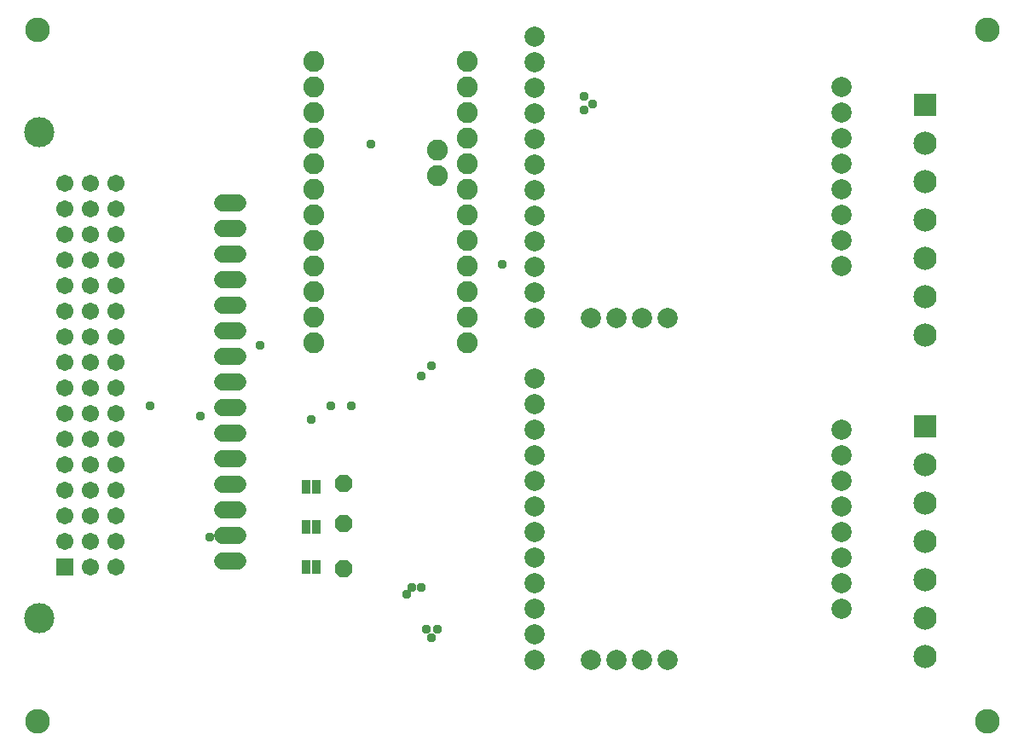
<source format=gbr>
G04 EAGLE Gerber RS-274X export*
G75*
%MOMM*%
%FSLAX34Y34*%
%LPD*%
%INSoldermask Top*%
%IPPOS*%
%AMOC8*
5,1,8,0,0,1.08239X$1,22.5*%
G01*
%ADD10C,2.453200*%
%ADD11C,3.003200*%
%ADD12R,1.711200X1.711200*%
%ADD13C,1.711200*%
%ADD14C,2.003200*%
%ADD15C,2.082800*%
%ADD16R,2.303200X2.303200*%
%ADD17C,2.303200*%
%ADD18P,1.869504X8X22.500000*%
%ADD19R,0.838200X1.473200*%
%ADD20C,1.727200*%
%ADD21C,0.959600*%


D10*
X28400Y56400D03*
X28400Y743600D03*
X971600Y743600D03*
X971600Y56400D03*
D11*
X30600Y641800D03*
X30600Y159200D03*
D12*
X56000Y210000D03*
D13*
X56000Y235400D03*
X56000Y260800D03*
X56000Y286200D03*
X56000Y311600D03*
X56000Y337000D03*
X56000Y362400D03*
X56000Y387800D03*
X56000Y413200D03*
X56000Y438600D03*
X56000Y464000D03*
X56000Y489400D03*
X56000Y514800D03*
X56000Y540200D03*
X56000Y565600D03*
X56000Y591000D03*
X81400Y210000D03*
X81400Y235400D03*
X81400Y260800D03*
X81400Y286200D03*
X81400Y311600D03*
X81400Y337000D03*
X81400Y362400D03*
X81400Y387800D03*
X81400Y413200D03*
X81400Y438600D03*
X81400Y464000D03*
X81400Y489400D03*
X81400Y514800D03*
X81400Y540200D03*
X81400Y565600D03*
X81400Y591000D03*
X106800Y210000D03*
X106800Y235400D03*
X106800Y260800D03*
X106800Y286200D03*
X106800Y311600D03*
X106800Y337000D03*
X106800Y362400D03*
X106800Y387800D03*
X106800Y413200D03*
X106800Y438600D03*
X106800Y464000D03*
X106800Y489400D03*
X106800Y514800D03*
X106800Y540200D03*
X106800Y565600D03*
X106800Y591000D03*
D14*
X522500Y737000D03*
X522500Y711600D03*
X522500Y686200D03*
X522500Y660800D03*
X522500Y635400D03*
X522500Y610000D03*
X522500Y584600D03*
X522500Y559200D03*
X522500Y533800D03*
X522500Y508400D03*
X522500Y483000D03*
X522500Y457600D03*
X827300Y686500D03*
X827300Y661100D03*
X827300Y635700D03*
X827300Y610300D03*
X827300Y584900D03*
X827300Y559500D03*
X827300Y534100D03*
X827300Y508700D03*
X577800Y457600D03*
X603200Y457600D03*
X628600Y457600D03*
X654000Y457600D03*
D15*
X302700Y432700D03*
X302700Y458100D03*
X302700Y483500D03*
X302700Y508900D03*
X302700Y534300D03*
X302700Y559700D03*
X302700Y585100D03*
X302700Y610500D03*
X302700Y635900D03*
X302700Y661300D03*
X302700Y686700D03*
X302700Y712100D03*
X455100Y712100D03*
X455100Y686700D03*
X455100Y661300D03*
X455100Y635900D03*
X455100Y610500D03*
X455100Y585100D03*
X455100Y559700D03*
X455100Y534300D03*
X455100Y508900D03*
X455100Y483500D03*
X455100Y458100D03*
X455100Y432700D03*
X425890Y599070D03*
X425890Y624470D03*
D14*
X522500Y397000D03*
X522500Y371600D03*
X522500Y346200D03*
X522500Y320800D03*
X522500Y295400D03*
X522500Y270000D03*
X522500Y244600D03*
X522500Y219200D03*
X522500Y193800D03*
X522500Y168400D03*
X522500Y143000D03*
X522500Y117600D03*
X827300Y346500D03*
X827300Y321100D03*
X827300Y295700D03*
X827300Y270300D03*
X827300Y244900D03*
X827300Y219500D03*
X827300Y194100D03*
X827300Y168700D03*
X577800Y117600D03*
X603200Y117600D03*
X628600Y117600D03*
X654000Y117600D03*
D16*
X910000Y350000D03*
D17*
X910000Y311900D03*
X910000Y273800D03*
X910000Y235700D03*
X910000Y197600D03*
X910000Y159500D03*
X910000Y121400D03*
D18*
X333000Y253000D03*
X333000Y208000D03*
D19*
X294920Y250000D03*
X305080Y250000D03*
X305080Y210000D03*
X294920Y210000D03*
D18*
X333000Y293000D03*
D19*
X294920Y290000D03*
X305080Y290000D03*
D20*
X227620Y571800D02*
X212380Y571800D01*
X212380Y546400D02*
X227620Y546400D01*
X227620Y521000D02*
X212380Y521000D01*
X212380Y495600D02*
X227620Y495600D01*
X227620Y470200D02*
X212380Y470200D01*
X212380Y444800D02*
X227620Y444800D01*
X227620Y419400D02*
X212380Y419400D01*
X212380Y394000D02*
X227620Y394000D01*
X227620Y368600D02*
X212380Y368600D01*
X212380Y343200D02*
X227620Y343200D01*
X227620Y317800D02*
X212380Y317800D01*
X212380Y292400D02*
X227620Y292400D01*
X227620Y267000D02*
X212380Y267000D01*
X212380Y241600D02*
X227620Y241600D01*
X227620Y216200D02*
X212380Y216200D01*
D16*
X910000Y668600D03*
D17*
X910000Y630500D03*
X910000Y592400D03*
X910000Y554300D03*
X910000Y516200D03*
X910000Y478100D03*
X910000Y440000D03*
D21*
X580000Y670000D03*
X420000Y140000D03*
X400000Y190000D03*
X571000Y664000D03*
X571000Y677000D03*
X410000Y190000D03*
X395000Y183000D03*
X415000Y148000D03*
X426000Y148000D03*
X190000Y360000D03*
X300000Y356916D03*
X320000Y370000D03*
X410000Y400000D03*
X490248Y510248D03*
X250000Y430000D03*
X420000Y410000D03*
X140000Y370000D03*
X199454Y240000D03*
X360000Y630000D03*
X340000Y370000D03*
M02*

</source>
